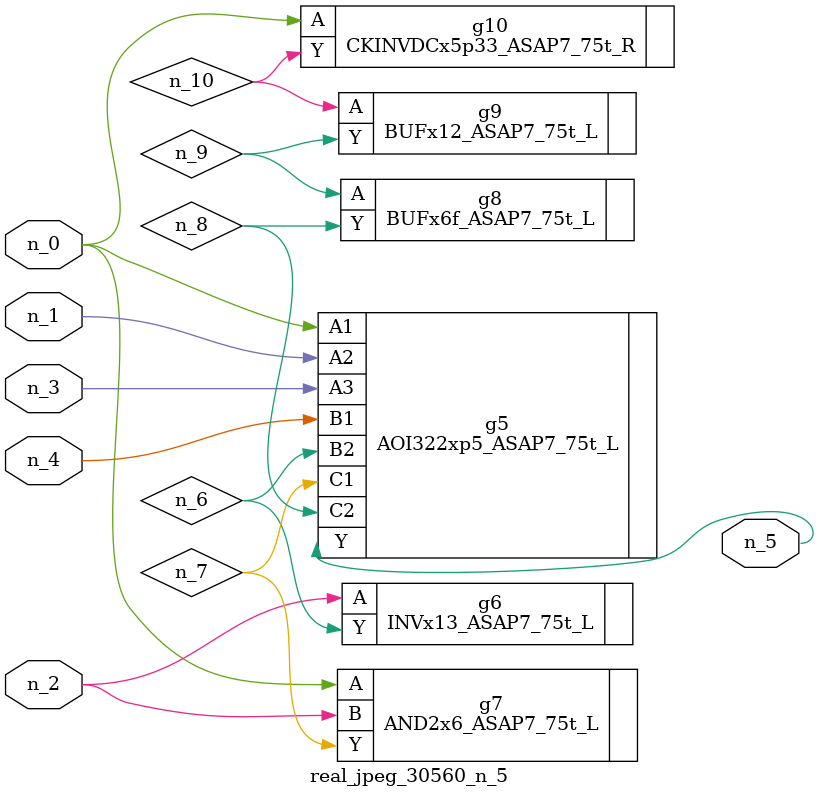
<source format=v>
module real_jpeg_30560_n_5 (n_4, n_0, n_1, n_2, n_3, n_5);

input n_4;
input n_0;
input n_1;
input n_2;
input n_3;

output n_5;

wire n_8;
wire n_6;
wire n_7;
wire n_10;
wire n_9;

AOI322xp5_ASAP7_75t_L g5 ( 
.A1(n_0),
.A2(n_1),
.A3(n_3),
.B1(n_4),
.B2(n_6),
.C1(n_7),
.C2(n_8),
.Y(n_5)
);

AND2x6_ASAP7_75t_L g7 ( 
.A(n_0),
.B(n_2),
.Y(n_7)
);

CKINVDCx5p33_ASAP7_75t_R g10 ( 
.A(n_0),
.Y(n_10)
);

INVx13_ASAP7_75t_L g6 ( 
.A(n_2),
.Y(n_6)
);

BUFx6f_ASAP7_75t_L g8 ( 
.A(n_9),
.Y(n_8)
);

BUFx12_ASAP7_75t_L g9 ( 
.A(n_10),
.Y(n_9)
);


endmodule
</source>
